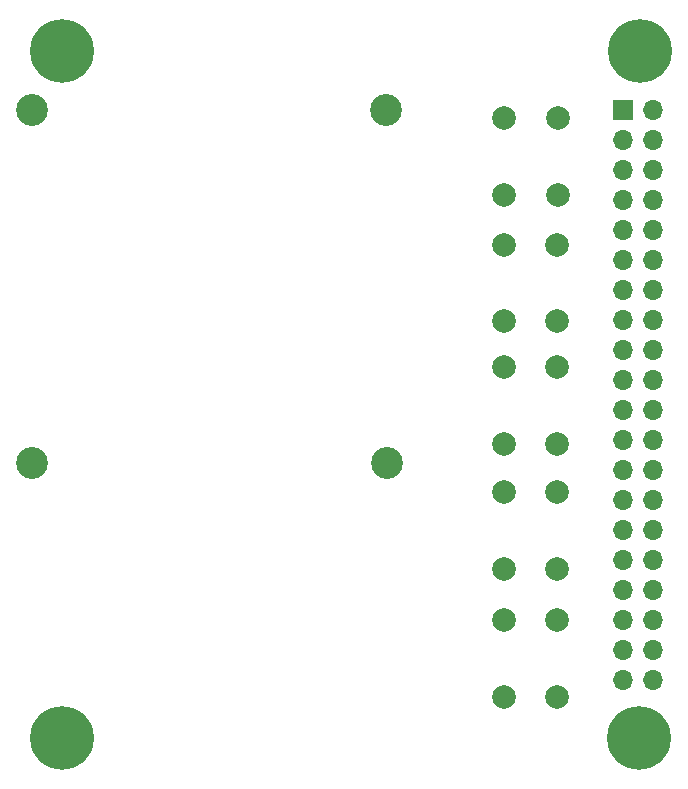
<source format=gbr>
%TF.GenerationSoftware,KiCad,Pcbnew,6.0.10-86aedd382b~118~ubuntu22.04.1*%
%TF.CreationDate,2023-01-08T16:41:25+01:00*%
%TF.ProjectId,bcp,6263702e-6b69-4636-9164-5f7063625858,rev?*%
%TF.SameCoordinates,Original*%
%TF.FileFunction,Soldermask,Bot*%
%TF.FilePolarity,Negative*%
%FSLAX46Y46*%
G04 Gerber Fmt 4.6, Leading zero omitted, Abs format (unit mm)*
G04 Created by KiCad (PCBNEW 6.0.10-86aedd382b~118~ubuntu22.04.1) date 2023-01-08 16:41:25*
%MOMM*%
%LPD*%
G01*
G04 APERTURE LIST*
%ADD10C,2.000000*%
%ADD11R,1.700000X1.700000*%
%ADD12O,1.700000X1.700000*%
%ADD13C,2.700000*%
%ADD14C,0.800000*%
%ADD15C,5.400000*%
G04 APERTURE END LIST*
D10*
%TO.C,SW5*%
X101370000Y-45160000D03*
X101370000Y-51660000D03*
X96870000Y-45160000D03*
X96870000Y-51660000D03*
%TD*%
%TO.C,SW4*%
X101310000Y-55860000D03*
X101310000Y-62360000D03*
X96810000Y-55860000D03*
X96810000Y-62360000D03*
%TD*%
%TO.C,SW3*%
X101337500Y-66265000D03*
X101337500Y-72765000D03*
X96837500Y-66265000D03*
X96837500Y-72765000D03*
%TD*%
%TO.C,SW2*%
X101337500Y-76795000D03*
X101337500Y-83295000D03*
X96837500Y-76795000D03*
X96837500Y-83295000D03*
%TD*%
%TO.C,SW1*%
X101337500Y-87665000D03*
X101337500Y-94165000D03*
X96837500Y-87665000D03*
X96837500Y-94165000D03*
%TD*%
D11*
%TO.C,J1*%
X106920000Y-44430000D03*
D12*
X109460000Y-44430000D03*
X106920000Y-46970000D03*
X109460000Y-46970000D03*
X106920000Y-49510000D03*
X109460000Y-49510000D03*
X106920000Y-52050000D03*
X109460000Y-52050000D03*
X106920000Y-54590000D03*
X109460000Y-54590000D03*
X106920000Y-57130000D03*
X109460000Y-57130000D03*
X106920000Y-59670000D03*
X109460000Y-59670000D03*
X106920000Y-62210000D03*
X109460000Y-62210000D03*
X106920000Y-64750000D03*
X109460000Y-64750000D03*
X106920000Y-67290000D03*
X109460000Y-67290000D03*
X106920000Y-69830000D03*
X109460000Y-69830000D03*
X106920000Y-72370000D03*
X109460000Y-72370000D03*
X106920000Y-74910000D03*
X109460000Y-74910000D03*
X106920000Y-77450000D03*
X109460000Y-77450000D03*
X106920000Y-79990000D03*
X109460000Y-79990000D03*
X106920000Y-82530000D03*
X109460000Y-82530000D03*
X106920000Y-85070000D03*
X109460000Y-85070000D03*
X106920000Y-87610000D03*
X109460000Y-87610000D03*
X106920000Y-90150000D03*
X109460000Y-90150000D03*
X106920000Y-92690000D03*
X109460000Y-92690000D03*
%TD*%
D13*
%TO.C,H8*%
X56900000Y-74400000D03*
%TD*%
%TO.C,H7*%
X86900000Y-74400000D03*
%TD*%
%TO.C,H6*%
X56900000Y-44500000D03*
%TD*%
%TO.C,H5*%
X86870000Y-44500000D03*
%TD*%
D14*
%TO.C,H4*%
X57998109Y-99071891D03*
D15*
X59430000Y-97640000D03*
D14*
X59430000Y-99665000D03*
X60861891Y-96208109D03*
X57405000Y-97640000D03*
X59430000Y-95615000D03*
X61455000Y-97640000D03*
X60861891Y-99071891D03*
X57998109Y-96208109D03*
%TD*%
%TO.C,H3*%
X106868109Y-99101891D03*
D15*
X108300000Y-97670000D03*
D14*
X108300000Y-99695000D03*
X109731891Y-96238109D03*
X106275000Y-97670000D03*
X108300000Y-95645000D03*
X110325000Y-97670000D03*
X109731891Y-99101891D03*
X106868109Y-96238109D03*
%TD*%
%TO.C,H2*%
X106888109Y-40891891D03*
D15*
X108320000Y-39460000D03*
D14*
X108320000Y-41485000D03*
X109751891Y-38028109D03*
X106295000Y-39460000D03*
X108320000Y-37435000D03*
X110345000Y-39460000D03*
X109751891Y-40891891D03*
X106888109Y-38028109D03*
%TD*%
%TO.C,H1*%
X57978109Y-40941891D03*
D15*
X59410000Y-39510000D03*
D14*
X59410000Y-41535000D03*
X60841891Y-38078109D03*
X57385000Y-39510000D03*
X59410000Y-37485000D03*
X61435000Y-39510000D03*
X60841891Y-40941891D03*
X57978109Y-38078109D03*
%TD*%
M02*

</source>
